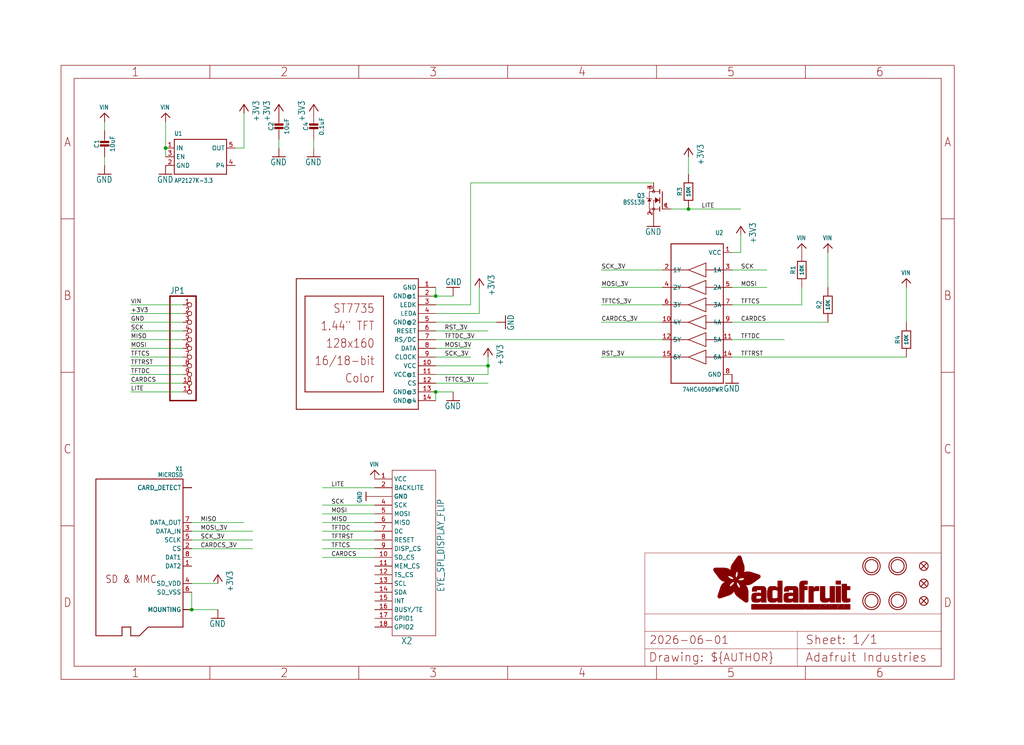
<source format=kicad_sch>
(kicad_sch (version 20230121) (generator eeschema)
  (paper "User" 298.45 217.322)
  (lib_symbols
    (symbol "working-eagle-import:+3V3" (power)
      (property "Value" "+3V3" (at -2.54 -5.08 90))
      (symbol "+3V3_1_0"
        (pin power_in line (at 0 -2.54 90) (length 2.54) (name "+3V3") (number "1"))
      )
    )
    (symbol "working-eagle-import:74HC4050DTSSOP"
      (property "Reference" "U" (at -7.62 22.86 0))
      (symbol "74HC4050DTSSOP_1_0"
        (pin bidirectional line (at -10.16 17.78 0) (length 2.54) (name "VCC") (number "1"))
        (pin bidirectional line (at 10.16 -2.54 180) (length 2.54) (name "4Y") (number "10"))
        (pin bidirectional line (at -10.16 -7.62 0) (length 2.54) (name "5A") (number "11"))
        (pin bidirectional line (at 10.16 -7.62 180) (length 2.54) (name "5Y") (number "12"))
        (pin bidirectional line (at -10.16 -12.7 0) (length 2.54) (name "6A") (number "14"))
        (pin bidirectional line (at 10.16 -12.7 180) (length 2.54) (name "6Y") (number "15"))
        (pin bidirectional line (at 10.16 12.7 180) (length 2.54) (name "1Y") (number "2"))
        (pin bidirectional line (at -10.16 12.7 0) (length 2.54) (name "1A") (number "3"))
        (pin bidirectional line (at 10.16 7.62 180) (length 2.54) (name "2Y") (number "4"))
        (pin bidirectional line (at -10.16 7.62 0) (length 2.54) (name "2A") (number "5"))
        (pin bidirectional line (at 10.16 2.54 180) (length 2.54) (name "3Y") (number "6"))
        (pin bidirectional line (at -10.16 2.54 0) (length 2.54) (name "3A") (number "7"))
        (pin bidirectional line (at -10.16 -17.78 0) (length 2.54) (name "GND") (number "8"))
        (pin bidirectional line (at -10.16 -2.54 0) (length 2.54) (name "4A") (number "9"))
      )
    )
    (symbol "working-eagle-import:CAP_CERAMIC0603_NO"
      (property "Reference" "C" (at -2.29 1.25 90))
      (symbol "CAP_CERAMIC0603_NO_1_0"
        (pin passive line (at 0 5.08 270) (length 2.54) (name "1") (number "1"))
        (pin passive line (at 0 -2.54 90) (length 2.54) (name "2") (number "2"))
      )
    )
    (symbol "working-eagle-import:CAP_CERAMIC0805-NOOUTLINE"
      (property "Reference" "C" (at -2.29 1.25 90))
      (symbol "CAP_CERAMIC0805-NOOUTLINE_1_0"
        (pin passive line (at 0 5.08 270) (length 2.54) (name "1") (number "1"))
        (pin passive line (at 0 -2.54 90) (length 2.54) (name "2") (number "2"))
      )
    )
    (symbol "working-eagle-import:DISP_LCD_ST7735_1.44IN"
      (symbol "DISP_LCD_ST7735_1.44IN_1_0"
        (text "1.44\" TFT" (at 2.54 5.08 0) (effects (font (size 2.54 2.159)) (justify left bottom)))
        (text "128x160" (at 2.54 0 0) (effects (font (size 2.54 2.159)) (justify left bottom)))
        (text "16/18-bit" (at 2.54 -5.08 0) (effects (font (size 2.54 2.159)) (justify left bottom)))
        (text "Color" (at 2.54 -10.16 0) (effects (font (size 2.54 2.159)) (justify left bottom)))
        (text "ST7735" (at 2.54 10.16 0) (effects (font (size 2.54 2.159)) (justify left bottom)))
        (pin power_in line (at -15.24 17.78 0) (length 5.08) (name "GND") (number "1"))
        (pin power_in line (at -15.24 -5.08 0) (length 5.08) (name "VCC") (number "10"))
        (pin power_in line (at -15.24 -7.62 0) (length 5.08) (name "VCC@1") (number "11"))
        (pin input line (at -15.24 -10.16 0) (length 5.08) (name "CS") (number "12"))
        (pin power_in line (at -15.24 -12.7 0) (length 5.08) (name "GND@3") (number "13"))
        (pin power_in line (at -15.24 -15.24 0) (length 5.08) (name "GND@4") (number "14"))
        (pin power_in line (at -15.24 15.24 0) (length 5.08) (name "GND@1") (number "2"))
        (pin input line (at -15.24 12.7 0) (length 5.08) (name "LEDK") (number "3"))
        (pin input line (at -15.24 10.16 0) (length 5.08) (name "LEDA") (number "4"))
        (pin power_in line (at -15.24 7.62 0) (length 5.08) (name "GND@2") (number "5"))
        (pin input line (at -15.24 5.08 0) (length 5.08) (name "RESET") (number "6"))
        (pin input line (at -15.24 2.54 0) (length 5.08) (name "RS/DC") (number "7"))
        (pin bidirectional line (at -15.24 0 0) (length 5.08) (name "DATA") (number "8"))
        (pin input line (at -15.24 -2.54 0) (length 5.08) (name "CLOCK") (number "9"))
      )
    )
    (symbol "working-eagle-import:EYE_SPI_DISPLAY_FLIP"
      (property "Reference" "X" (at 2.54 -27.94 0))
      (symbol "EYE_SPI_DISPLAY_FLIP_1_0"
        (pin power_in line (at -5.08 20.32 0) (length 5.08) (name "VCC") (number "1"))
        (pin input line (at -5.08 -2.54 0) (length 5.08) (name "SD_CS") (number "10"))
        (pin input line (at -5.08 -5.08 0) (length 5.08) (name "MEM_CS") (number "11"))
        (pin input line (at -5.08 -7.62 0) (length 5.08) (name "TS_CS") (number "12"))
        (pin input line (at -5.08 -10.16 0) (length 5.08) (name "SCL") (number "13"))
        (pin bidirectional line (at -5.08 -12.7 0) (length 5.08) (name "SDA") (number "14"))
        (pin output line (at -5.08 -15.24 0) (length 5.08) (name "INT") (number "15"))
        (pin output line (at -5.08 -17.78 0) (length 5.08) (name "BUSY/TE") (number "16"))
        (pin passive line (at -5.08 -20.32 0) (length 5.08) (name "GPIO1") (number "17"))
        (pin passive line (at -5.08 -22.86 0) (length 5.08) (name "GPIO2") (number "18"))
        (pin input line (at -5.08 17.78 0) (length 5.08) (name "BACKLITE") (number "2"))
        (pin power_in line (at -5.08 15.24 0) (length 5.08) (name "GND") (number "3"))
        (pin input line (at -5.08 12.7 0) (length 5.08) (name "SCK") (number "4"))
        (pin input line (at -5.08 10.16 0) (length 5.08) (name "MOSI") (number "5"))
        (pin output line (at -5.08 7.62 0) (length 5.08) (name "MISO") (number "6"))
        (pin input line (at -5.08 5.08 0) (length 5.08) (name "DC") (number "7"))
        (pin input line (at -5.08 2.54 0) (length 5.08) (name "RESET") (number "8"))
        (pin input line (at -5.08 0 0) (length 5.08) (name "DISP_CS") (number "9"))
        (pin power_in line (at -5.08 15.24 0) (length 5.08) (name "GND") (number "SUPPORT1"))
        (pin power_in line (at -5.08 15.24 0) (length 5.08) (name "GND") (number "SUPPORT2"))
      )
    )
    (symbol "working-eagle-import:FIDUCIAL_1MM")
    (symbol "working-eagle-import:FRAME_A4_ADAFRUIT"
      (symbol "FRAME_A4_ADAFRUIT_1_0"
        (text "${#}/${##}" (at 230.505 10.16 0) (effects (font (size 2.54 2.54)) (justify left bottom)))
        (text "${AUTHOR}" (at 189.23 5.08 0) (effects (font (size 2.286 2.286)) (justify left bottom)))
        (text "${CURRENT_DATE}" (at 171.45 10.16 0) (effects (font (size 2.286 2.286)) (justify left bottom)))
        (text "${PROJECTNAME}" (at 171.45 15.24 0) (effects (font (size 2.54 2.54)) (justify left bottom)))
        (text "1" (at 21.6958 1.905 0) (effects (font (size 2.54 2.286))))
        (text "1" (at 21.6958 177.165 0) (effects (font (size 2.54 2.286))))
        (text "2" (at 65.0875 1.905 0) (effects (font (size 2.54 2.286))))
        (text "2" (at 65.0875 177.165 0) (effects (font (size 2.54 2.286))))
        (text "3" (at 108.4792 1.905 0) (effects (font (size 2.54 2.286))))
        (text "3" (at 108.4792 177.165 0) (effects (font (size 2.54 2.286))))
        (text "4" (at 151.8708 1.905 0) (effects (font (size 2.54 2.286))))
        (text "4" (at 151.8708 177.165 0) (effects (font (size 2.54 2.286))))
        (text "5" (at 195.2625 1.905 0) (effects (font (size 2.54 2.286))))
        (text "5" (at 195.2625 177.165 0) (effects (font (size 2.54 2.286))))
        (text "6" (at 238.6542 1.905 0) (effects (font (size 2.54 2.286))))
        (text "6" (at 238.6542 177.165 0) (effects (font (size 2.54 2.286))))
        (text "A" (at 1.905 156.6863 0) (effects (font (size 2.54 2.286))))
        (text "A" (at 258.445 156.6863 0) (effects (font (size 2.54 2.286))))
        (text "Adafruit Industries" (at 216.916 4.953 0) (effects (font (size 2.54 2.54)) (justify left bottom)))
        (text "B" (at 1.905 111.9188 0) (effects (font (size 2.54 2.286))))
        (text "B" (at 258.445 111.9188 0) (effects (font (size 2.54 2.286))))
        (text "C" (at 1.905 67.1513 0) (effects (font (size 2.54 2.286))))
        (text "C" (at 258.445 67.1513 0) (effects (font (size 2.54 2.286))))
        (text "D" (at 1.905 22.3838 0) (effects (font (size 2.54 2.286))))
        (text "D" (at 258.445 22.3838 0) (effects (font (size 2.54 2.286))))
        (text "Drawing:" (at 171.196 4.953 0) (effects (font (size 2.54 2.54)) (justify left bottom)))
        (text "Sheet:" (at 216.916 10.033 0) (effects (font (size 2.54 2.54)) (justify left bottom)))
      )
    )
    (symbol "working-eagle-import:GND" (power)
      (property "Value" "GND" (at -2.54 -2.54 0))
      (symbol "GND_1_0"
        (pin power_in line (at 0 2.54 270) (length 2.54) (name "GND") (number "1"))
      )
    )
    (symbol "working-eagle-import:HEADER-1X1176MIL"
      (property "Reference" "JP" (at -6.35 15.875 0))
      (symbol "HEADER-1X1176MIL_1_0"
        (pin passive inverted (at -2.54 12.7 0) (length 2.54) (name "1") (number "1"))
        (pin passive inverted (at -2.54 -10.16 0) (length 2.54) (name "10") (number "10"))
        (pin passive inverted (at -2.54 -12.7 0) (length 2.54) (name "11") (number "11"))
        (pin passive inverted (at -2.54 10.16 0) (length 2.54) (name "2") (number "2"))
        (pin passive inverted (at -2.54 7.62 0) (length 2.54) (name "3") (number "3"))
        (pin passive inverted (at -2.54 5.08 0) (length 2.54) (name "4") (number "4"))
        (pin passive inverted (at -2.54 2.54 0) (length 2.54) (name "5") (number "5"))
        (pin passive inverted (at -2.54 0 0) (length 2.54) (name "6") (number "6"))
        (pin passive inverted (at -2.54 -2.54 0) (length 2.54) (name "7") (number "7"))
        (pin passive inverted (at -2.54 -5.08 0) (length 2.54) (name "8") (number "8"))
        (pin passive inverted (at -2.54 -7.62 0) (length 2.54) (name "9") (number "9"))
      )
    )
    (symbol "working-eagle-import:MICROSD"
      (property "Reference" "X" (at -12.7 22.606 0))
      (symbol "MICROSD_1_0"
        (text "SD & MMC" (at -5.08 -10.16 0) (effects (font (size 2.1844 1.8567)) (justify left bottom)))
        (pin bidirectional line (at -15.24 -5.08 0) (length 2.54) (name "DAT2") (number "1"))
        (pin input line (at -15.24 0 0) (length 2.54) (name "CS") (number "2"))
        (pin input line (at -15.24 5.08 0) (length 2.54) (name "DATA_IN") (number "3"))
        (pin power_in line (at -15.24 -10.16 0) (length 2.54) (name "SD_VDD") (number "4"))
        (pin input line (at -15.24 2.54 0) (length 2.54) (name "SCLK") (number "5"))
        (pin power_in line (at -15.24 -12.7 0) (length 2.54) (name "SD_VSS") (number "6"))
        (pin output line (at -15.24 7.62 0) (length 2.54) (name "DATA_OUT") (number "7"))
        (pin bidirectional line (at -15.24 -2.54 0) (length 2.54) (name "DAT1") (number "8"))
        (pin passive line (at -15.24 17.78 0) (length 2.54) (name "CARD_DETECT") (number "CD1"))
        (pin passive line (at -15.24 17.78 0) (length 2.54) (name "CARD_DETECT") (number "CD2"))
        (pin passive line (at -15.24 -17.78 0) (length 2.54) (name "MOUNTING") (number "MT1"))
        (pin passive line (at -15.24 -17.78 0) (length 2.54) (name "MOUNTING") (number "MT2"))
      )
    )
    (symbol "working-eagle-import:MOSFET-NWIDE"
      (property "Reference" "Q" (at 5.08 0.635 0))
      (symbol "MOSFET-NWIDE_1_0"
        (text "D" (at 3.175 3.175 0) (effects (font (size 0.8128 0.6908)) (justify left bottom)))
        (text "G" (at -1.27 -1.905 0) (effects (font (size 0.8128 0.6908)) (justify left bottom)))
        (text "S" (at 3.175 -3.81 0) (effects (font (size 0.8128 0.6908)) (justify left bottom)))
        (pin bidirectional line (at -2.54 -2.54 0) (length 2.54) (name "G") (number "1"))
        (pin bidirectional line (at 2.54 -5.08 90) (length 2.54) (name "S") (number "2"))
        (pin bidirectional line (at 2.54 5.08 270) (length 2.54) (name "D") (number "3"))
      )
    )
    (symbol "working-eagle-import:MOUNTINGHOLE2.5")
    (symbol "working-eagle-import:RESISTOR_0603_NOOUT"
      (property "Reference" "R" (at 0 2.54 0))
      (symbol "RESISTOR_0603_NOOUT_1_0"
        (pin passive line (at -5.08 0 0) (length 2.54) (name "1") (number "1"))
        (pin passive line (at 5.08 0 180) (length 2.54) (name "2") (number "2"))
      )
    )
    (symbol "working-eagle-import:VIN" (power)
      (property "Value" "VIN" (at -1.524 1.016 0))
      (symbol "VIN_1_0"
        (pin power_in line (at 0 -2.54 90) (length 2.54) (name "VIN") (number "1"))
      )
    )
    (symbol "working-eagle-import:VREG_SOT23-5"
      (property "Reference" "U" (at -7.62 6.096 0))
      (symbol "VREG_SOT23-5_1_0"
        (pin power_in line (at -10.16 2.54 0) (length 2.54) (name "IN") (number "1"))
        (pin power_in line (at -10.16 -2.54 0) (length 2.54) (name "GND") (number "2"))
        (pin input line (at -10.16 0 0) (length 2.54) (name "EN") (number "3"))
        (pin bidirectional line (at 10.16 -2.54 180) (length 2.54) (name "P4") (number "4"))
        (pin power_in line (at 10.16 2.54 180) (length 2.54) (name "OUT") (number "5"))
      )
    )
    (symbol "working-eagle-import:adafruit_power_VIN" (power)
      (property "Value" "adafruit_power_VIN" (at -1.524 1.016 0))
      (symbol "adafruit_power_VIN_1_0"
        (pin power_in line (at 0 -2.54 90) (length 2.54) (name "VIN") (number "1"))
      )
    )
    (symbol "working-eagle-import:microbuilder_GND" (power)
      (property "Value" "microbuilder_GND" (at -1.524 -2.54 0))
      (symbol "microbuilder_GND_1_0"
        (pin power_in line (at 0 2.54 270) (length 2.54) (name "GND") (number "1"))
      )
    )
  )
  (junction (at 200.66 60.96))
  (junction (at 127 114.3))
  (junction (at 142.24 106.68))
  (junction (at 127 86.36))
  (junction (at 55.88 177.8))
  (junction (at 48.26 43.18))
  (wire (pts (xy 233.68 88.9) (xy 233.68 83.82)) (stroke (width 0.1524)))
  (wire (pts (xy 38.1 91.44) (xy 53.34 91.44)) (stroke (width 0.1524)))
  (wire (pts (xy 55.88 154.94) (xy 73.66 154.94)) (stroke (width 0.1524)))
  (wire (pts (xy 53.34 109.22) (xy 38.1 109.22)) (stroke (width 0.1524)))
  (wire (pts (xy 127 88.9) (xy 137.16 88.9)) (stroke (width 0.1524)))
  (wire (pts (xy 38.1 99.06) (xy 53.34 99.06)) (stroke (width 0.1524)))
  (wire (pts (xy 137.16 104.14) (xy 127 104.14)) (stroke (width 0.1524)))
  (wire (pts (xy 200.66 45.72) (xy 200.66 50.8)) (stroke (width 0.1524)))
  (wire (pts (xy 53.34 111.76) (xy 38.1 111.76)) (stroke (width 0.1524)))
  (wire (pts (xy 63.5 177.8) (xy 55.88 177.8)) (stroke (width 0.1524)))
  (wire (pts (xy 139.7 83.82) (xy 139.7 91.44)) (stroke (width 0.1524)))
  (wire (pts (xy 195.58 60.96) (xy 200.66 60.96)) (stroke (width 0.1524)))
  (wire (pts (xy 127 99.06) (xy 193.04 99.06)) (stroke (width 0.1524)))
  (wire (pts (xy 127 86.36) (xy 127 83.82)) (stroke (width 0.1524)))
  (wire (pts (xy 93.98 152.4) (xy 109.22 152.4)) (stroke (width 0.1524)))
  (wire (pts (xy 127 96.52) (xy 142.24 96.52)) (stroke (width 0.1524)))
  (wire (pts (xy 200.66 60.96) (xy 215.9 60.96)) (stroke (width 0.1524)))
  (wire (pts (xy 63.5 170.18) (xy 55.88 170.18)) (stroke (width 0.1524)))
  (wire (pts (xy 137.16 88.9) (xy 137.16 53.34)) (stroke (width 0.1524)))
  (wire (pts (xy 109.22 142.24) (xy 93.98 142.24)) (stroke (width 0.1524)))
  (wire (pts (xy 193.04 104.14) (xy 175.26 104.14)) (stroke (width 0.1524)))
  (wire (pts (xy 241.3 73.66) (xy 241.3 83.82)) (stroke (width 0.1524)))
  (wire (pts (xy 38.1 104.14) (xy 53.34 104.14)) (stroke (width 0.1524)))
  (wire (pts (xy 109.22 162.56) (xy 93.98 162.56)) (stroke (width 0.1524)))
  (wire (pts (xy 53.34 88.9) (xy 38.1 88.9)) (stroke (width 0.1524)))
  (wire (pts (xy 213.36 78.74) (xy 223.52 78.74)) (stroke (width 0.1524)))
  (wire (pts (xy 193.04 78.74) (xy 175.26 78.74)) (stroke (width 0.1524)))
  (wire (pts (xy 213.36 99.06) (xy 228.6 99.06)) (stroke (width 0.1524)))
  (wire (pts (xy 53.34 96.52) (xy 38.1 96.52)) (stroke (width 0.1524)))
  (wire (pts (xy 48.26 35.56) (xy 48.26 43.18)) (stroke (width 0.1524)))
  (wire (pts (xy 233.68 88.9) (xy 213.36 88.9)) (stroke (width 0.1524)))
  (wire (pts (xy 213.36 83.82) (xy 223.52 83.82)) (stroke (width 0.1524)))
  (wire (pts (xy 215.9 73.66) (xy 213.36 73.66)) (stroke (width 0.1524)))
  (wire (pts (xy 132.08 114.3) (xy 127 114.3)) (stroke (width 0.1524)))
  (wire (pts (xy 53.34 106.68) (xy 38.1 106.68)) (stroke (width 0.1524)))
  (wire (pts (xy 55.88 152.4) (xy 71.12 152.4)) (stroke (width 0.1524)))
  (wire (pts (xy 81.28 43.18) (xy 81.28 40.64)) (stroke (width 0.1524)))
  (wire (pts (xy 215.9 73.66) (xy 215.9 68.58)) (stroke (width 0.1524)))
  (wire (pts (xy 91.44 43.18) (xy 91.44 40.64)) (stroke (width 0.1524)))
  (wire (pts (xy 109.22 154.94) (xy 93.98 154.94)) (stroke (width 0.1524)))
  (wire (pts (xy 73.66 160.02) (xy 55.88 160.02)) (stroke (width 0.1524)))
  (wire (pts (xy 71.12 43.18) (xy 68.58 43.18)) (stroke (width 0.1524)))
  (wire (pts (xy 264.16 104.14) (xy 213.36 104.14)) (stroke (width 0.1524)))
  (wire (pts (xy 30.48 35.56) (xy 30.48 38.1)) (stroke (width 0.1524)))
  (wire (pts (xy 71.12 33.02) (xy 71.12 43.18)) (stroke (width 0.1524)))
  (wire (pts (xy 109.22 157.48) (xy 93.98 157.48)) (stroke (width 0.1524)))
  (wire (pts (xy 193.04 93.98) (xy 175.26 93.98)) (stroke (width 0.1524)))
  (wire (pts (xy 53.34 93.98) (xy 38.1 93.98)) (stroke (width 0.1524)))
  (wire (pts (xy 109.22 149.86) (xy 93.98 149.86)) (stroke (width 0.1524)))
  (wire (pts (xy 264.16 93.98) (xy 264.16 83.82)) (stroke (width 0.1524)))
  (wire (pts (xy 55.88 157.48) (xy 73.66 157.48)) (stroke (width 0.1524)))
  (wire (pts (xy 193.04 83.82) (xy 175.26 83.82)) (stroke (width 0.1524)))
  (wire (pts (xy 142.24 104.14) (xy 142.24 106.68)) (stroke (width 0.1524)))
  (wire (pts (xy 193.04 88.9) (xy 175.26 88.9)) (stroke (width 0.1524)))
  (wire (pts (xy 142.24 106.68) (xy 142.24 109.22)) (stroke (width 0.1524)))
  (wire (pts (xy 55.88 172.72) (xy 55.88 177.8)) (stroke (width 0.1524)))
  (wire (pts (xy 137.16 101.6) (xy 127 101.6)) (stroke (width 0.1524)))
  (wire (pts (xy 139.7 91.44) (xy 127 91.44)) (stroke (width 0.1524)))
  (wire (pts (xy 137.16 53.34) (xy 190.5 53.34)) (stroke (width 0.1524)))
  (wire (pts (xy 109.22 147.32) (xy 93.98 147.32)) (stroke (width 0.1524)))
  (wire (pts (xy 142.24 109.22) (xy 127 109.22)) (stroke (width 0.1524)))
  (wire (pts (xy 144.78 93.98) (xy 127 93.98)) (stroke (width 0.1524)))
  (wire (pts (xy 213.36 93.98) (xy 241.3 93.98)) (stroke (width 0.1524)))
  (wire (pts (xy 132.08 86.36) (xy 127 86.36)) (stroke (width 0.1524)))
  (wire (pts (xy 127 111.76) (xy 142.24 111.76)) (stroke (width 0.1524)))
  (wire (pts (xy 48.26 45.72) (xy 48.26 43.18)) (stroke (width 0.1524)))
  (wire (pts (xy 53.34 114.3) (xy 38.1 114.3)) (stroke (width 0.1524)))
  (wire (pts (xy 53.34 101.6) (xy 38.1 101.6)) (stroke (width 0.1524)))
  (wire (pts (xy 30.48 48.26) (xy 30.48 45.72)) (stroke (width 0.1524)))
  (wire (pts (xy 93.98 160.02) (xy 109.22 160.02)) (stroke (width 0.1524)))
  (wire (pts (xy 127 114.3) (xy 127 116.84)) (stroke (width 0.1524)))
  (wire (pts (xy 142.24 106.68) (xy 127 106.68)) (stroke (width 0.1524)))
  (label "TFTRST" (at 38.1 106.68 0) (effects (font (size 1.2446 1.2446))))
  (label "TFTCS_3V" (at 129.54 111.76 0) (effects (font (size 1.2446 1.2446))))
  (label "TFTCS_3V" (at 175.26 88.9 0) (effects (font (size 1.2446 1.2446))))
  (label "CARDCS" (at 38.1 111.76 0) (effects (font (size 1.2446 1.2446))))
  (label "CARDCS" (at 96.52 162.56 0) (effects (font (size 1.2446 1.2446))))
  (label "SCK_3V" (at 58.42 157.48 0) (effects (font (size 1.2446 1.2446))))
  (label "TFTDC" (at 96.52 154.94 0) (effects (font (size 1.2446 1.2446))))
  (label "MISO" (at 58.42 152.4 0) (effects (font (size 1.2446 1.2446))))
  (label "MISO" (at 38.1 99.06 0) (effects (font (size 1.2446 1.2446))))
  (label "SCK" (at 215.9 78.74 0) (effects (font (size 1.2446 1.2446))))
  (label "MOSI_3V" (at 58.42 154.94 0) (effects (font (size 1.2446 1.2446))))
  (label "TFTRST" (at 96.52 157.48 0) (effects (font (size 1.2446 1.2446))))
  (label "TFTDC" (at 38.1 109.22 0) (effects (font (size 1.2446 1.2446))))
  (label "VIN" (at 38.1 88.9 0) (effects (font (size 1.2446 1.2446))))
  (label "MOSI_3V" (at 175.26 83.82 0) (effects (font (size 1.2446 1.2446))))
  (label "SCK" (at 38.1 96.52 0) (effects (font (size 1.2446 1.2446))))
  (label "LITE" (at 208.28 60.96 180) (effects (font (size 1.2446 1.2446))))
  (label "TFTCS" (at 38.1 104.14 0) (effects (font (size 1.2446 1.2446))))
  (label "TFTCS" (at 96.52 160.02 0) (effects (font (size 1.2446 1.2446))))
  (label "MOSI_3V" (at 129.54 101.6 0) (effects (font (size 1.2446 1.2446))))
  (label "LITE" (at 96.52 142.24 0) (effects (font (size 1.2446 1.2446))))
  (label "SCK_3V" (at 175.26 78.74 0) (effects (font (size 1.2446 1.2446))))
  (label "SCK_3V" (at 129.54 104.14 0) (effects (font (size 1.2446 1.2446))))
  (label "RST_3V" (at 129.54 96.52 0) (effects (font (size 1.2446 1.2446))))
  (label "+3V3" (at 38.1 91.44 0) (effects (font (size 1.2446 1.2446))))
  (label "MOSI" (at 96.52 149.86 0) (effects (font (size 1.2446 1.2446))))
  (label "GND" (at 38.1 93.98 0) (effects (font (size 1.2446 1.2446))))
  (label "RST_3V" (at 175.26 104.14 0) (effects (font (size 1.2446 1.2446))))
  (label "TFTDC" (at 215.9 99.06 0) (effects (font (size 1.2446 1.2446))))
  (label "TFTRST" (at 215.9 104.14 0) (effects (font (size 1.2446 1.2446))))
  (label "MOSI" (at 215.9 83.82 0) (effects (font (size 1.2446 1.2446))))
  (label "CARDCS_3V" (at 175.26 93.98 0) (effects (font (size 1.2446 1.2446))))
  (label "CARDCS_3V" (at 58.42 160.02 0) (effects (font (size 1.2446 1.2446))))
  (label "LITE" (at 38.1 114.3 0) (effects (font (size 1.2446 1.2446))))
  (label "MISO" (at 96.52 152.4 0) (effects (font (size 1.2446 1.2446))))
  (label "TFTCS" (at 215.9 88.9 0) (effects (font (size 1.2446 1.2446))))
  (label "TFTDC_3V" (at 129.54 99.06 0) (effects (font (size 1.2446 1.2446))))
  (label "CARDCS" (at 215.9 93.98 0) (effects (font (size 1.2446 1.2446))))
  (label "SCK" (at 96.52 147.32 0) (effects (font (size 1.2446 1.2446))))
  (label "MOSI" (at 38.1 101.6 0) (effects (font (size 1.2446 1.2446))))
  (symbol (lib_id "working-eagle-import:+3V3") (at 139.7 81.28 0) (mirror y) (unit 1)
    (property "Reference" "#+3V1" (effects hide))
    (property "Value" "+3V3" (at 142.24 86.36 90) (effects (font (size 1.778 1.5113)) (justify left bottom)))
  )
  (symbol (lib_id "working-eagle-import:FIDUCIAL_1MM") (at 269.24 165.1 0) (unit 1)
    (property "Reference" "U$4" (effects hide))
    (property "Value" "FIDUCIAL_1MM" (effects hide))
    (property "Footprint" "working:FIDUCIAL_1MM" (effects hide))
  )
  (symbol (lib_id "working-eagle-import:+3V3") (at 142.24 101.6 0) (mirror y) (unit 1)
    (property "Reference" "#+3V3" (effects hide))
    (property "Value" "+3V3" (at 144.78 106.68 90) (effects (font (size 1.778 1.5113)) (justify left bottom)))
  )
  (symbol (lib_id "working-eagle-import:RESISTOR_0603_NOOUT") (at 200.66 55.88 90) (unit 1)
    (property "Reference" "R3" (at 198.12 55.88 0))
    (property "Value" "10K" (at 200.66 55.88 0) (effects (font (size 1.016 1.016) bold)))
    (property "Footprint" "working:0603-NO" (effects hide))
  )
  (symbol (lib_id "working-eagle-import:GND") (at 147.32 93.98 90) (unit 1)
    (property "Reference" "#GND3" (effects hide))
    (property "Value" "GND" (at 149.86 96.52 0) (effects (font (size 1.778 1.5113)) (justify left bottom)))
  )
  (symbol (lib_id "working-eagle-import:MOUNTINGHOLE2.5") (at 261.62 175.26 0) (unit 1)
    (property "Reference" "U$8" (effects hide))
    (property "Value" "MOUNTINGHOLE2.5" (effects hide))
    (property "Footprint" "working:MOUNTINGHOLE_2.5_PLATED" (effects hide))
  )
  (symbol (lib_id "working-eagle-import:CAP_CERAMIC0805-NOOUTLINE") (at 81.28 38.1 0) (unit 1)
    (property "Reference" "C2" (at 78.99 36.85 90))
    (property "Value" "10uF" (at 83.58 36.85 90))
    (property "Footprint" "working:0805-NO" (effects hide))
  )
  (symbol (lib_id "working-eagle-import:GND") (at 190.5 66.04 0) (unit 1)
    (property "Reference" "#GND5" (effects hide))
    (property "Value" "GND" (at 187.96 68.58 0) (effects (font (size 1.778 1.5113)) (justify left bottom)))
  )
  (symbol (lib_id "working-eagle-import:RESISTOR_0603_NOOUT") (at 233.68 78.74 90) (unit 1)
    (property "Reference" "R1" (at 231.14 78.74 0))
    (property "Value" "10K" (at 233.68 78.74 0) (effects (font (size 1.016 1.016) bold)))
    (property "Footprint" "working:0603-NO" (effects hide))
  )
  (symbol (lib_id "working-eagle-import:GND") (at 81.28 45.72 0) (unit 1)
    (property "Reference" "#GND11" (effects hide))
    (property "Value" "GND" (at 78.74 48.26 0) (effects (font (size 1.778 1.5113)) (justify left bottom)))
  )
  (symbol (lib_id "working-eagle-import:GND") (at 132.08 83.82 180) (unit 1)
    (property "Reference" "#GND1" (effects hide))
    (property "Value" "GND" (at 134.62 81.28 0) (effects (font (size 1.778 1.5113)) (justify left bottom)))
  )
  (symbol (lib_id "working-eagle-import:74HC4050DTSSOP") (at 203.2 91.44 0) (mirror y) (unit 1)
    (property "Reference" "U2" (at 210.82 68.58 0) (effects (font (size 1.27 1.0795)) (justify left bottom)))
    (property "Value" "74HC4050PWR" (at 210.82 114.3 0) (effects (font (size 1.27 1.0795)) (justify left bottom)))
    (property "Footprint" "working:TSSOP16" (effects hide))
  )
  (symbol (lib_id "working-eagle-import:adafruit_power_VIN") (at 48.26 33.02 0) (unit 1)
    (property "Reference" "#U$15" (effects hide))
    (property "Value" "VIN" (at 46.736 32.004 0) (effects (font (size 1.27 1.0795)) (justify left bottom)))
  )
  (symbol (lib_id "working-eagle-import:GND") (at 63.5 180.34 0) (unit 1)
    (property "Reference" "#GND4" (effects hide))
    (property "Value" "GND" (at 60.96 182.88 0) (effects (font (size 1.778 1.5113)) (justify left bottom)))
  )
  (symbol (lib_id "working-eagle-import:+3V3") (at 91.44 30.48 0) (unit 1)
    (property "Reference" "#+3V8" (effects hide))
    (property "Value" "+3V3" (at 88.9 35.56 90) (effects (font (size 1.778 1.5113)) (justify left bottom)))
  )
  (symbol (lib_id "working-eagle-import:FIDUCIAL_1MM") (at 269.24 170.18 0) (unit 1)
    (property "Reference" "U$3" (effects hide))
    (property "Value" "FIDUCIAL_1MM" (effects hide))
    (property "Footprint" "working:FIDUCIAL_1MM" (effects hide))
  )
  (symbol (lib_id "working-eagle-import:CAP_CERAMIC0603_NO") (at 91.44 38.1 0) (unit 1)
    (property "Reference" "C4" (at 89.15 36.85 90))
    (property "Value" "0.1uF" (at 93.74 36.85 90))
    (property "Footprint" "working:0603-NO" (effects hide))
  )
  (symbol (lib_id "working-eagle-import:DISP_LCD_ST7735_1.44IN") (at 111.76 101.6 0) (mirror y) (unit 1)
    (property "Reference" "TFT2" (effects hide))
    (property "Value" "DISP_LCD_ST7735_1.44IN" (effects hide))
    (property "Footprint" "working:TFT_1.44IN_128_128" (effects hide))
  )
  (symbol (lib_id "working-eagle-import:MOUNTINGHOLE2.5") (at 261.62 165.1 0) (unit 1)
    (property "Reference" "U$9" (effects hide))
    (property "Value" "MOUNTINGHOLE2.5" (effects hide))
    (property "Footprint" "working:MOUNTINGHOLE_2.5_PLATED" (effects hide))
  )
  (symbol (lib_id "working-eagle-import:+3V3") (at 63.5 167.64 0) (mirror y) (unit 1)
    (property "Reference" "#+3V4" (effects hide))
    (property "Value" "+3V3" (at 66.04 172.72 90) (effects (font (size 1.778 1.5113)) (justify left bottom)))
  )
  (symbol (lib_id "working-eagle-import:RESISTOR_0603_NOOUT") (at 241.3 88.9 90) (unit 1)
    (property "Reference" "R2" (at 238.76 88.9 0))
    (property "Value" "10K" (at 241.3 88.9 0) (effects (font (size 1.016 1.016) bold)))
    (property "Footprint" "working:0603-NO" (effects hide))
  )
  (symbol (lib_id "working-eagle-import:adafruit_power_VIN") (at 264.16 81.28 0) (unit 1)
    (property "Reference" "#U$13" (effects hide))
    (property "Value" "VIN" (at 262.636 80.264 0) (effects (font (size 1.27 1.0795)) (justify left bottom)))
  )
  (symbol (lib_id "working-eagle-import:adafruit_power_VIN") (at 241.3 71.12 0) (unit 1)
    (property "Reference" "#U$12" (effects hide))
    (property "Value" "VIN" (at 239.776 70.104 0) (effects (font (size 1.27 1.0795)) (justify left bottom)))
  )
  (symbol (lib_id "working-eagle-import:adafruit_power_VIN") (at 233.68 71.12 0) (unit 1)
    (property "Reference" "#U$11" (effects hide))
    (property "Value" "VIN" (at 232.156 70.104 0) (effects (font (size 1.27 1.0795)) (justify left bottom)))
  )
  (symbol (lib_id "working-eagle-import:MOSFET-NWIDE") (at 193.04 58.42 0) (mirror y) (unit 1)
    (property "Reference" "Q3" (at 187.96 57.785 0) (effects (font (size 1.27 1.0795)) (justify left bottom)))
    (property "Value" "BSS138" (at 187.96 59.69 0) (effects (font (size 1.27 1.0795)) (justify left bottom)))
    (property "Footprint" "working:SOT23-WIDE" (effects hide))
  )
  (symbol (lib_id "working-eagle-import:+3V3") (at 200.66 43.18 0) (mirror y) (unit 1)
    (property "Reference" "#+3V9" (effects hide))
    (property "Value" "+3V3" (at 203.2 48.26 90) (effects (font (size 1.778 1.5113)) (justify left bottom)))
  )
  (symbol (lib_id "working-eagle-import:EYE_SPI_DISPLAY_FLIP") (at 114.3 160.02 0) (unit 1)
    (property "Reference" "X2" (at 116.84 187.96 0) (effects (font (size 1.9304 1.6408)) (justify left bottom)))
    (property "Value" "EYE_SPI_DISPLAY_FLIP" (at 129.54 172.72 90) (effects (font (size 1.9304 1.6408)) (justify left bottom)))
    (property "Footprint" "working:EYE_SPI_DISPLAY_BOTCONTACT" (effects hide))
  )
  (symbol (lib_id "working-eagle-import:FIDUCIAL_1MM") (at 269.24 175.26 0) (unit 1)
    (property "Reference" "U$5" (effects hide))
    (property "Value" "FIDUCIAL_1MM" (effects hide))
    (property "Footprint" "working:FIDUCIAL_1MM" (effects hide))
  )
  (symbol (lib_id "working-eagle-import:VIN") (at 109.22 137.16 0) (unit 1)
    (property "Reference" "#U$16" (effects hide))
    (property "Value" "VIN" (at 107.696 136.144 0) (effects (font (size 1.27 1.0795)) (justify left bottom)))
  )
  (symbol (lib_id "working-eagle-import:CAP_CERAMIC0805-NOOUTLINE") (at 30.48 43.18 0) (unit 1)
    (property "Reference" "C1" (at 28.19 41.93 90))
    (property "Value" "10uF" (at 32.78 41.93 90))
    (property "Footprint" "working:0805-NO" (effects hide))
  )
  (symbol (lib_id "working-eagle-import:MICROSD") (at 40.64 160.02 0) (mirror y) (unit 1)
    (property "Reference" "X1" (at 53.34 137.414 0) (effects (font (size 1.27 1.0795)) (justify left bottom)))
    (property "Value" "MICROSD" (at 53.34 139.192 0) (effects (font (size 1.27 1.0795)) (justify left bottom)))
    (property "Footprint" "working:MICROSD" (effects hide))
  )
  (symbol (lib_id "working-eagle-import:adafruit_power_VIN") (at 30.48 33.02 0) (unit 1)
    (property "Reference" "#U$14" (effects hide))
    (property "Value" "VIN" (at 28.956 32.004 0) (effects (font (size 1.27 1.0795)) (justify left bottom)))
  )
  (symbol (lib_id "working-eagle-import:+3V3") (at 81.28 30.48 0) (unit 1)
    (property "Reference" "#+3V6" (effects hide))
    (property "Value" "+3V3" (at 78.74 35.56 90) (effects (font (size 1.778 1.5113)) (justify left bottom)))
  )
  (symbol (lib_id "working-eagle-import:GND") (at 91.44 45.72 0) (unit 1)
    (property "Reference" "#GND13" (effects hide))
    (property "Value" "GND" (at 88.9 48.26 0) (effects (font (size 1.778 1.5113)) (justify left bottom)))
  )
  (symbol (lib_id "working-eagle-import:microbuilder_GND") (at 106.68 144.78 270) (unit 1)
    (property "Reference" "#U$18" (effects hide))
    (property "Value" "GND" (at 104.14 143.256 0) (effects (font (size 1.27 1.0795)) (justify left bottom)))
  )
  (symbol (lib_id "working-eagle-import:GND") (at 213.36 111.76 0) (unit 1)
    (property "Reference" "#GND8" (effects hide))
    (property "Value" "GND" (at 210.82 114.3 0) (effects (font (size 1.778 1.5113)) (justify left bottom)))
  )
  (symbol (lib_id "working-eagle-import:+3V3") (at 71.12 30.48 0) (mirror y) (unit 1)
    (property "Reference" "#+3V2" (effects hide))
    (property "Value" "+3V3" (at 73.66 35.56 90) (effects (font (size 1.778 1.5113)) (justify left bottom)))
  )
  (symbol (lib_id "working-eagle-import:MOUNTINGHOLE2.5") (at 254 165.1 0) (unit 1)
    (property "Reference" "U$10" (effects hide))
    (property "Value" "MOUNTINGHOLE2.5" (effects hide))
    (property "Footprint" "working:MOUNTINGHOLE_2.5_PLATED" (effects hide))
  )
  (symbol (lib_id "working-eagle-import:MOUNTINGHOLE2.5") (at 254 175.26 0) (unit 1)
    (property "Reference" "U$7" (effects hide))
    (property "Value" "MOUNTINGHOLE2.5" (effects hide))
    (property "Footprint" "working:MOUNTINGHOLE_2.5_PLATED" (effects hide))
  )
  (symbol (lib_id "working-eagle-import:+3V3") (at 215.9 66.04 0) (mirror y) (unit 1)
    (property "Reference" "#+3V5" (effects hide))
    (property "Value" "+3V3" (at 218.44 71.12 90) (effects (font (size 1.778 1.5113)) (justify left bottom)))
  )
  (symbol (lib_id "working-eagle-import:GND") (at 132.08 116.84 0) (unit 1)
    (property "Reference" "#GND2" (effects hide))
    (property "Value" "GND" (at 129.54 119.38 0) (effects (font (size 1.778 1.5113)) (justify left bottom)))
  )
  (symbol (lib_id "working-eagle-import:FRAME_A4_ADAFRUIT") (at 17.78 198.12 0) (unit 1)
    (property "Reference" "#U$6" (effects hide))
    (property "Value" "FRAME_A4_ADAFRUIT" (effects hide))
  )
  (symbol (lib_id "working-eagle-import:HEADER-1X1176MIL") (at 55.88 101.6 0) (unit 1)
    (property "Reference" "JP1" (at 49.53 85.725 0) (effects (font (size 1.778 1.5113)) (justify left bottom)))
    (property "Value" "HEADER-1X1176MIL" (effects hide))
    (property "Footprint" "working:1X11_ROUND_76" (effects hide))
  )
  (symbol (lib_id "working-eagle-import:VREG_SOT23-5") (at 58.42 45.72 0) (unit 1)
    (property "Reference" "U1" (at 50.8 39.624 0) (effects (font (size 1.27 1.0795)) (justify left bottom)))
    (property "Value" "AP2127K-3.3" (at 50.8 53.34 0) (effects (font (size 1.27 1.0795)) (justify left bottom)))
    (property "Footprint" "working:SOT23-5" (effects hide))
  )
  (symbol (lib_id "working-eagle-import:GND") (at 48.26 50.8 0) (unit 1)
    (property "Reference" "#GND9" (effects hide))
    (property "Value" "GND" (at 45.72 53.34 0) (effects (font (size 1.778 1.5113)) (justify left bottom)))
  )
  (symbol (lib_id "working-eagle-import:GND") (at 30.48 50.8 0) (unit 1)
    (property "Reference" "#GND12" (effects hide))
    (property "Value" "GND" (at 27.94 53.34 0) (effects (font (size 1.778 1.5113)) (justify left bottom)))
  )
  (symbol (lib_id "working-eagle-import:RESISTOR_0603_NOOUT") (at 264.16 99.06 90) (unit 1)
    (property "Reference" "R4" (at 261.62 99.06 0))
    (property "Value" "10K" (at 264.16 99.06 0) (effects (font (size 1.016 1.016) bold)))
    (property "Footprint" "working:0603-NO" (effects hide))
  )
)
</source>
